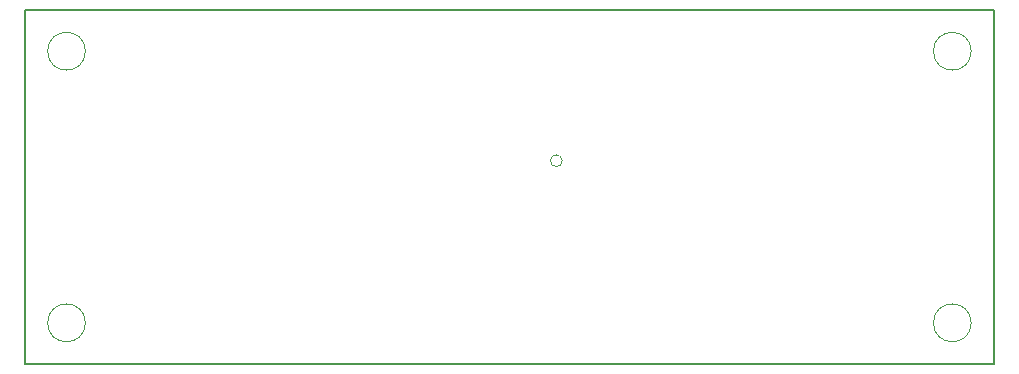
<source format=gm1>
G04 #@! TF.GenerationSoftware,KiCad,Pcbnew,(5.1.6-0-10_14)*
G04 #@! TF.CreationDate,2020-10-28T15:49:20+09:00*
G04 #@! TF.ProjectId,NinjaLAMP,4e696e6a-614c-4414-9d50-2e6b69636164,rev?*
G04 #@! TF.SameCoordinates,Original*
G04 #@! TF.FileFunction,Profile,NP*
%FSLAX46Y46*%
G04 Gerber Fmt 4.6, Leading zero omitted, Abs format (unit mm)*
G04 Created by KiCad (PCBNEW (5.1.6-0-10_14)) date 2020-10-28 15:49:20*
%MOMM*%
%LPD*%
G01*
G04 APERTURE LIST*
G04 #@! TA.AperFunction,Profile*
%ADD10C,0.050000*%
G04 #@! TD*
G04 #@! TA.AperFunction,Profile*
%ADD11C,0.150000*%
G04 #@! TD*
G04 APERTURE END LIST*
D10*
X157988803Y-100312180D02*
G75*
G03*
X157988803Y-100312180I-500000J0D01*
G01*
X117620000Y-91040000D02*
G75*
G03*
X117620000Y-91040000I-1600000J0D01*
G01*
X117620000Y-114040000D02*
G75*
G03*
X117620000Y-114040000I-1600000J0D01*
G01*
D11*
X112520000Y-117540000D02*
X194520000Y-117540000D01*
D10*
X192620000Y-114040000D02*
G75*
G03*
X192620000Y-114040000I-1600000J0D01*
G01*
X192620000Y-91040000D02*
G75*
G03*
X192620000Y-91040000I-1600000J0D01*
G01*
D11*
X194520000Y-117540000D02*
X194520000Y-87540000D01*
X112520000Y-87540000D02*
X112520000Y-117540000D01*
X112520000Y-87540000D02*
X194520000Y-87540000D01*
M02*

</source>
